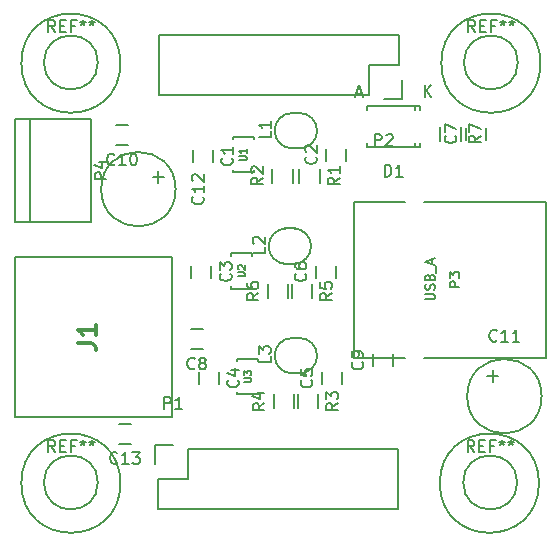
<source format=gbr>
G04 #@! TF.FileFunction,Legend,Top*
%FSLAX46Y46*%
G04 Gerber Fmt 4.6, Leading zero omitted, Abs format (unit mm)*
G04 Created by KiCad (PCBNEW 4.0.0-rc1-stable) date Sun 01 Nov 2015 11:45:38 AM ICT*
%MOMM*%
G01*
G04 APERTURE LIST*
%ADD10C,0.100000*%
%ADD11C,0.200000*%
%ADD12C,0.150000*%
%ADD13C,0.200660*%
%ADD14C,0.203200*%
%ADD15C,0.152400*%
%ADD16C,0.304800*%
G04 APERTURE END LIST*
D10*
D11*
X169044690Y-84074000D02*
G75*
G03X169044690Y-84074000I-4198690J0D01*
G01*
X133478924Y-84074000D02*
G75*
G03X133478924Y-84074000I-4192924J0D01*
G01*
X168917690Y-119634000D02*
G75*
G03X168917690Y-119634000I-4198690J0D01*
G01*
X133484690Y-119634000D02*
G75*
G03X133484690Y-119634000I-4198690J0D01*
G01*
D12*
X164988240Y-110568740D02*
X165488620Y-110568740D01*
X164988240Y-110568740D02*
X164988240Y-110068360D01*
X164487860Y-110568740D02*
X164988240Y-110568740D01*
X164988240Y-110568740D02*
X164988240Y-110967520D01*
X164988240Y-110967520D02*
X164988240Y-111069120D01*
X169138600Y-112268000D02*
G75*
G03X169138600Y-112268000I-3149600J0D01*
G01*
D13*
X124515880Y-100469700D02*
X137815320Y-100469700D01*
X137815320Y-100469700D02*
X137815320Y-114068860D01*
X137815320Y-114068860D02*
X124515880Y-114068860D01*
X124515880Y-114068860D02*
X124515880Y-100469700D01*
D12*
X131572000Y-119570500D02*
G75*
G03X131572000Y-119570500I-2286000J0D01*
G01*
D14*
X169517060Y-95796100D02*
X169517060Y-108993940D01*
X159217360Y-95796100D02*
X169517060Y-95796100D01*
X159217360Y-108993940D02*
X169517060Y-108993940D01*
X153217880Y-108993940D02*
X157617160Y-108993940D01*
X153217880Y-95796100D02*
X157617160Y-95796100D01*
X153217880Y-102395020D02*
X153217880Y-95796100D01*
X153217880Y-102395020D02*
X153217880Y-108993940D01*
D12*
X167132000Y-84010500D02*
G75*
G03X167132000Y-84010500I-2286000J0D01*
G01*
X131572000Y-84010500D02*
G75*
G03X131572000Y-84010500I-2286000J0D01*
G01*
X167068500Y-119570500D02*
G75*
G03X167068500Y-119570500I-2286000J0D01*
G01*
X156972000Y-121793000D02*
X136652000Y-121793000D01*
X139192000Y-116713000D02*
X156972000Y-116713000D01*
X156972000Y-121793000D02*
X156972000Y-116713000D01*
X136652000Y-121793000D02*
X136652000Y-119253000D01*
X137922000Y-116433000D02*
X136372000Y-116433000D01*
X136652000Y-119253000D02*
X139192000Y-119253000D01*
X139192000Y-119253000D02*
X139192000Y-116713000D01*
X136372000Y-116433000D02*
X136372000Y-117983000D01*
X136706000Y-81730000D02*
X157026000Y-81730000D01*
X154486000Y-86810000D02*
X136706000Y-86810000D01*
X136706000Y-81730000D02*
X136706000Y-86810000D01*
X157026000Y-81730000D02*
X157026000Y-84270000D01*
X155756000Y-87090000D02*
X157306000Y-87090000D01*
X157026000Y-84270000D02*
X154486000Y-84270000D01*
X154486000Y-84270000D02*
X154486000Y-86810000D01*
X157306000Y-87090000D02*
X157306000Y-85540000D01*
X124574000Y-88812000D02*
X124574000Y-97512000D01*
X130979000Y-88812000D02*
X130979000Y-97512000D01*
X130979000Y-97512000D02*
X124574000Y-97512000D01*
X125804000Y-97512000D02*
X125804000Y-88812000D01*
X124574000Y-88812000D02*
X130979000Y-88812000D01*
D15*
X142864840Y-103164640D02*
X142864840Y-102963980D01*
X142864840Y-103164640D02*
X144663160Y-103164640D01*
X144663160Y-103164640D02*
X144663160Y-102963980D01*
X144663160Y-100162360D02*
X144663160Y-100363020D01*
X142864840Y-100162360D02*
X142864840Y-100363020D01*
X144663160Y-100162360D02*
X142864840Y-100162360D01*
X143372840Y-112118140D02*
X143372840Y-111917480D01*
X143372840Y-112118140D02*
X145171160Y-112118140D01*
X145171160Y-112118140D02*
X145171160Y-111917480D01*
X145171160Y-109115860D02*
X145171160Y-109316520D01*
X143372840Y-109115860D02*
X143372840Y-109316520D01*
X145171160Y-109115860D02*
X143372840Y-109115860D01*
X142991840Y-93322140D02*
X142991840Y-93121480D01*
X142991840Y-93322140D02*
X144790160Y-93322140D01*
X144790160Y-93322140D02*
X144790160Y-93121480D01*
X144790160Y-90319860D02*
X144790160Y-90520520D01*
X142991840Y-90319860D02*
X142991840Y-90520520D01*
X144790160Y-90319860D02*
X142991840Y-90319860D01*
D12*
X141312000Y-92448000D02*
X141312000Y-91448000D01*
X139612000Y-91448000D02*
X139612000Y-92448000D01*
X150915000Y-91321000D02*
X150915000Y-92321000D01*
X152615000Y-92321000D02*
X152615000Y-91321000D01*
X148604000Y-94199000D02*
X148604000Y-92999000D01*
X150354000Y-92999000D02*
X150354000Y-94199000D01*
X148068000Y-92999000D02*
X148068000Y-94199000D01*
X146318000Y-94199000D02*
X146318000Y-92999000D01*
X141185000Y-102227000D02*
X141185000Y-101227000D01*
X139485000Y-101227000D02*
X139485000Y-102227000D01*
X141820000Y-111244000D02*
X141820000Y-110244000D01*
X140120000Y-110244000D02*
X140120000Y-111244000D01*
X150534000Y-110244000D02*
X150534000Y-111244000D01*
X152234000Y-111244000D02*
X152234000Y-110244000D01*
X150026000Y-101227000D02*
X150026000Y-102227000D01*
X151726000Y-102227000D02*
X151726000Y-101227000D01*
X148477000Y-113310000D02*
X148477000Y-112110000D01*
X150227000Y-112110000D02*
X150227000Y-113310000D01*
X148195000Y-112110000D02*
X148195000Y-113310000D01*
X146445000Y-113310000D02*
X146445000Y-112110000D01*
X147969000Y-103978000D02*
X147969000Y-102778000D01*
X149719000Y-102778000D02*
X149719000Y-103978000D01*
X147687000Y-102778000D02*
X147687000Y-103978000D01*
X145937000Y-103978000D02*
X145937000Y-102778000D01*
X150136000Y-89789000D02*
G75*
G03X148636000Y-88289000I-1500000J0D01*
G01*
X148636000Y-91289000D02*
G75*
G03X150136000Y-89789000I0J1500000D01*
G01*
X148036000Y-88289000D02*
G75*
G03X146536000Y-89789000I0J-1500000D01*
G01*
X146536000Y-89789000D02*
G75*
G03X148036000Y-91289000I1500000J0D01*
G01*
X147836000Y-91289000D02*
X148836000Y-91289000D01*
X147836000Y-88289000D02*
X148836000Y-88289000D01*
X149628000Y-99568000D02*
G75*
G03X148128000Y-98068000I-1500000J0D01*
G01*
X148128000Y-101068000D02*
G75*
G03X149628000Y-99568000I0J1500000D01*
G01*
X147528000Y-98068000D02*
G75*
G03X146028000Y-99568000I0J-1500000D01*
G01*
X146028000Y-99568000D02*
G75*
G03X147528000Y-101068000I1500000J0D01*
G01*
X147328000Y-101068000D02*
X148328000Y-101068000D01*
X147328000Y-98068000D02*
X148328000Y-98068000D01*
X150136000Y-108839000D02*
G75*
G03X148636000Y-107339000I-1500000J0D01*
G01*
X148636000Y-110339000D02*
G75*
G03X150136000Y-108839000I0J1500000D01*
G01*
X148036000Y-107339000D02*
G75*
G03X146536000Y-108839000I0J-1500000D01*
G01*
X146536000Y-108839000D02*
G75*
G03X148036000Y-110339000I1500000J0D01*
G01*
X147836000Y-110339000D02*
X148836000Y-110339000D01*
X147836000Y-107339000D02*
X148836000Y-107339000D01*
X162726000Y-89543000D02*
X162726000Y-90543000D01*
X164426000Y-90543000D02*
X164426000Y-89543000D01*
X158390140Y-87657940D02*
X158390140Y-88008460D01*
X158390140Y-91158060D02*
X158390140Y-90807540D01*
X154340560Y-87657940D02*
X154340560Y-88008460D01*
X158841440Y-87657940D02*
X158841440Y-88008460D01*
X158841440Y-91158060D02*
X158841440Y-90807540D01*
X154340560Y-91158060D02*
X154340560Y-90807540D01*
X158841440Y-87657940D02*
X154340560Y-87657940D01*
X158841440Y-91158060D02*
X154340560Y-91158060D01*
X160542000Y-90643000D02*
X160542000Y-89443000D01*
X162292000Y-89443000D02*
X162292000Y-90643000D01*
X139438000Y-108292000D02*
X140438000Y-108292000D01*
X140438000Y-106592000D02*
X139438000Y-106592000D01*
X154852000Y-108720000D02*
X154852000Y-109720000D01*
X156552000Y-109720000D02*
X156552000Y-108720000D01*
X133104000Y-91020000D02*
X134104000Y-91020000D01*
X134104000Y-89320000D02*
X133104000Y-89320000D01*
X136700260Y-93741240D02*
X136700260Y-94241620D01*
X136700260Y-93741240D02*
X137200640Y-93741240D01*
X136700260Y-93240860D02*
X136700260Y-93741240D01*
X136700260Y-93741240D02*
X136301480Y-93741240D01*
X136301480Y-93741240D02*
X136199880Y-93741240D01*
X138150600Y-94742000D02*
G75*
G03X138150600Y-94742000I-3149600J0D01*
G01*
X133358000Y-116293000D02*
X134358000Y-116293000D01*
X134358000Y-114593000D02*
X133358000Y-114593000D01*
X165346143Y-107545143D02*
X165298524Y-107592762D01*
X165155667Y-107640381D01*
X165060429Y-107640381D01*
X164917571Y-107592762D01*
X164822333Y-107497524D01*
X164774714Y-107402286D01*
X164727095Y-107211810D01*
X164727095Y-107068952D01*
X164774714Y-106878476D01*
X164822333Y-106783238D01*
X164917571Y-106688000D01*
X165060429Y-106640381D01*
X165155667Y-106640381D01*
X165298524Y-106688000D01*
X165346143Y-106735619D01*
X166298524Y-107640381D02*
X165727095Y-107640381D01*
X166012809Y-107640381D02*
X166012809Y-106640381D01*
X165917571Y-106783238D01*
X165822333Y-106878476D01*
X165727095Y-106926095D01*
X167250905Y-107640381D02*
X166679476Y-107640381D01*
X166965190Y-107640381D02*
X166965190Y-106640381D01*
X166869952Y-106783238D01*
X166774714Y-106878476D01*
X166679476Y-106926095D01*
D16*
X129883989Y-107762040D02*
X130972560Y-107762040D01*
X131190274Y-107834612D01*
X131335417Y-107979755D01*
X131407989Y-108197469D01*
X131407989Y-108342612D01*
X131407989Y-106238040D02*
X131407989Y-107108897D01*
X131407989Y-106673469D02*
X129883989Y-106673469D01*
X130101703Y-106818612D01*
X130246846Y-106963754D01*
X130319417Y-107108897D01*
D12*
X127952667Y-116974881D02*
X127619333Y-116498690D01*
X127381238Y-116974881D02*
X127381238Y-115974881D01*
X127762191Y-115974881D01*
X127857429Y-116022500D01*
X127905048Y-116070119D01*
X127952667Y-116165357D01*
X127952667Y-116308214D01*
X127905048Y-116403452D01*
X127857429Y-116451071D01*
X127762191Y-116498690D01*
X127381238Y-116498690D01*
X128381238Y-116451071D02*
X128714572Y-116451071D01*
X128857429Y-116974881D02*
X128381238Y-116974881D01*
X128381238Y-115974881D01*
X128857429Y-115974881D01*
X129619334Y-116451071D02*
X129286000Y-116451071D01*
X129286000Y-116974881D02*
X129286000Y-115974881D01*
X129762191Y-115974881D01*
X130286000Y-115974881D02*
X130286000Y-116212976D01*
X130047905Y-116117738D02*
X130286000Y-116212976D01*
X130524096Y-116117738D01*
X130143143Y-116403452D02*
X130286000Y-116212976D01*
X130428858Y-116403452D01*
X131047905Y-115974881D02*
X131047905Y-116212976D01*
X130809810Y-116117738D02*
X131047905Y-116212976D01*
X131286001Y-116117738D01*
X130905048Y-116403452D02*
X131047905Y-116212976D01*
X131190763Y-116403452D01*
D14*
X162183475Y-102994943D02*
X161370675Y-102994943D01*
X161370675Y-102685305D01*
X161409380Y-102607896D01*
X161448085Y-102569191D01*
X161525494Y-102530486D01*
X161641609Y-102530486D01*
X161719018Y-102569191D01*
X161757723Y-102607896D01*
X161796428Y-102685305D01*
X161796428Y-102994943D01*
X161370675Y-102259553D02*
X161370675Y-101756391D01*
X161680313Y-102027324D01*
X161680313Y-101911210D01*
X161719018Y-101833800D01*
X161757723Y-101795096D01*
X161835132Y-101756391D01*
X162028656Y-101756391D01*
X162106066Y-101795096D01*
X162144770Y-101833800D01*
X162183475Y-101911210D01*
X162183475Y-102143438D01*
X162144770Y-102220848D01*
X162106066Y-102259553D01*
X159272635Y-104078677D02*
X159930616Y-104078677D01*
X160008026Y-104039972D01*
X160046730Y-104001268D01*
X160085435Y-103923858D01*
X160085435Y-103769039D01*
X160046730Y-103691630D01*
X160008026Y-103652925D01*
X159930616Y-103614220D01*
X159272635Y-103614220D01*
X160046730Y-103265877D02*
X160085435Y-103149763D01*
X160085435Y-102956239D01*
X160046730Y-102878829D01*
X160008026Y-102840125D01*
X159930616Y-102801420D01*
X159853207Y-102801420D01*
X159775797Y-102840125D01*
X159737092Y-102878829D01*
X159698388Y-102956239D01*
X159659683Y-103111058D01*
X159620978Y-103188467D01*
X159582273Y-103227172D01*
X159504864Y-103265877D01*
X159427454Y-103265877D01*
X159350045Y-103227172D01*
X159311340Y-103188467D01*
X159272635Y-103111058D01*
X159272635Y-102917534D01*
X159311340Y-102801420D01*
X159659683Y-102182144D02*
X159698388Y-102066030D01*
X159737092Y-102027325D01*
X159814502Y-101988620D01*
X159930616Y-101988620D01*
X160008026Y-102027325D01*
X160046730Y-102066030D01*
X160085435Y-102143439D01*
X160085435Y-102453077D01*
X159272635Y-102453077D01*
X159272635Y-102182144D01*
X159311340Y-102104734D01*
X159350045Y-102066030D01*
X159427454Y-102027325D01*
X159504864Y-102027325D01*
X159582273Y-102066030D01*
X159620978Y-102104734D01*
X159659683Y-102182144D01*
X159659683Y-102453077D01*
X160162845Y-101833801D02*
X160162845Y-101214525D01*
X159853207Y-101059706D02*
X159853207Y-100672658D01*
X160085435Y-101137115D02*
X159272635Y-100866182D01*
X160085435Y-100595249D01*
D12*
X163512667Y-81414881D02*
X163179333Y-80938690D01*
X162941238Y-81414881D02*
X162941238Y-80414881D01*
X163322191Y-80414881D01*
X163417429Y-80462500D01*
X163465048Y-80510119D01*
X163512667Y-80605357D01*
X163512667Y-80748214D01*
X163465048Y-80843452D01*
X163417429Y-80891071D01*
X163322191Y-80938690D01*
X162941238Y-80938690D01*
X163941238Y-80891071D02*
X164274572Y-80891071D01*
X164417429Y-81414881D02*
X163941238Y-81414881D01*
X163941238Y-80414881D01*
X164417429Y-80414881D01*
X165179334Y-80891071D02*
X164846000Y-80891071D01*
X164846000Y-81414881D02*
X164846000Y-80414881D01*
X165322191Y-80414881D01*
X165846000Y-80414881D02*
X165846000Y-80652976D01*
X165607905Y-80557738D02*
X165846000Y-80652976D01*
X166084096Y-80557738D01*
X165703143Y-80843452D02*
X165846000Y-80652976D01*
X165988858Y-80843452D01*
X166607905Y-80414881D02*
X166607905Y-80652976D01*
X166369810Y-80557738D02*
X166607905Y-80652976D01*
X166846001Y-80557738D01*
X166465048Y-80843452D02*
X166607905Y-80652976D01*
X166750763Y-80843452D01*
X127952667Y-81414881D02*
X127619333Y-80938690D01*
X127381238Y-81414881D02*
X127381238Y-80414881D01*
X127762191Y-80414881D01*
X127857429Y-80462500D01*
X127905048Y-80510119D01*
X127952667Y-80605357D01*
X127952667Y-80748214D01*
X127905048Y-80843452D01*
X127857429Y-80891071D01*
X127762191Y-80938690D01*
X127381238Y-80938690D01*
X128381238Y-80891071D02*
X128714572Y-80891071D01*
X128857429Y-81414881D02*
X128381238Y-81414881D01*
X128381238Y-80414881D01*
X128857429Y-80414881D01*
X129619334Y-80891071D02*
X129286000Y-80891071D01*
X129286000Y-81414881D02*
X129286000Y-80414881D01*
X129762191Y-80414881D01*
X130286000Y-80414881D02*
X130286000Y-80652976D01*
X130047905Y-80557738D02*
X130286000Y-80652976D01*
X130524096Y-80557738D01*
X130143143Y-80843452D02*
X130286000Y-80652976D01*
X130428858Y-80843452D01*
X131047905Y-80414881D02*
X131047905Y-80652976D01*
X130809810Y-80557738D02*
X131047905Y-80652976D01*
X131286001Y-80557738D01*
X130905048Y-80843452D02*
X131047905Y-80652976D01*
X131190763Y-80843452D01*
X163449167Y-116974881D02*
X163115833Y-116498690D01*
X162877738Y-116974881D02*
X162877738Y-115974881D01*
X163258691Y-115974881D01*
X163353929Y-116022500D01*
X163401548Y-116070119D01*
X163449167Y-116165357D01*
X163449167Y-116308214D01*
X163401548Y-116403452D01*
X163353929Y-116451071D01*
X163258691Y-116498690D01*
X162877738Y-116498690D01*
X163877738Y-116451071D02*
X164211072Y-116451071D01*
X164353929Y-116974881D02*
X163877738Y-116974881D01*
X163877738Y-115974881D01*
X164353929Y-115974881D01*
X165115834Y-116451071D02*
X164782500Y-116451071D01*
X164782500Y-116974881D02*
X164782500Y-115974881D01*
X165258691Y-115974881D01*
X165782500Y-115974881D02*
X165782500Y-116212976D01*
X165544405Y-116117738D02*
X165782500Y-116212976D01*
X166020596Y-116117738D01*
X165639643Y-116403452D02*
X165782500Y-116212976D01*
X165925358Y-116403452D01*
X166544405Y-115974881D02*
X166544405Y-116212976D01*
X166306310Y-116117738D02*
X166544405Y-116212976D01*
X166782501Y-116117738D01*
X166401548Y-116403452D02*
X166544405Y-116212976D01*
X166687263Y-116403452D01*
X137183905Y-113335381D02*
X137183905Y-112335381D01*
X137564858Y-112335381D01*
X137660096Y-112383000D01*
X137707715Y-112430619D01*
X137755334Y-112525857D01*
X137755334Y-112668714D01*
X137707715Y-112763952D01*
X137660096Y-112811571D01*
X137564858Y-112859190D01*
X137183905Y-112859190D01*
X138707715Y-113335381D02*
X138136286Y-113335381D01*
X138422000Y-113335381D02*
X138422000Y-112335381D01*
X138326762Y-112478238D01*
X138231524Y-112573476D01*
X138136286Y-112621095D01*
X155017905Y-91092381D02*
X155017905Y-90092381D01*
X155398858Y-90092381D01*
X155494096Y-90140000D01*
X155541715Y-90187619D01*
X155589334Y-90282857D01*
X155589334Y-90425714D01*
X155541715Y-90520952D01*
X155494096Y-90568571D01*
X155398858Y-90616190D01*
X155017905Y-90616190D01*
X155970286Y-90187619D02*
X156017905Y-90140000D01*
X156113143Y-90092381D01*
X156351239Y-90092381D01*
X156446477Y-90140000D01*
X156494096Y-90187619D01*
X156541715Y-90282857D01*
X156541715Y-90378095D01*
X156494096Y-90520952D01*
X155922667Y-91092381D01*
X156541715Y-91092381D01*
X132293841Y-93900995D02*
X131293841Y-93900995D01*
X131293841Y-93520042D01*
X131341460Y-93424804D01*
X131389079Y-93377185D01*
X131484317Y-93329566D01*
X131627174Y-93329566D01*
X131722412Y-93377185D01*
X131770031Y-93424804D01*
X131817650Y-93520042D01*
X131817650Y-93900995D01*
X131627174Y-92472423D02*
X132293841Y-92472423D01*
X131246222Y-92710519D02*
X131960508Y-92948614D01*
X131960508Y-92329566D01*
D15*
X143430171Y-102127957D02*
X143923657Y-102127957D01*
X143981714Y-102098929D01*
X144010743Y-102069900D01*
X144039771Y-102011843D01*
X144039771Y-101895729D01*
X144010743Y-101837671D01*
X143981714Y-101808643D01*
X143923657Y-101779614D01*
X143430171Y-101779614D01*
X143488229Y-101518357D02*
X143459200Y-101489328D01*
X143430171Y-101431271D01*
X143430171Y-101286128D01*
X143459200Y-101228071D01*
X143488229Y-101199042D01*
X143546286Y-101170014D01*
X143604343Y-101170014D01*
X143691429Y-101199042D01*
X144039771Y-101547385D01*
X144039771Y-101170014D01*
X143938171Y-111081457D02*
X144431657Y-111081457D01*
X144489714Y-111052429D01*
X144518743Y-111023400D01*
X144547771Y-110965343D01*
X144547771Y-110849229D01*
X144518743Y-110791171D01*
X144489714Y-110762143D01*
X144431657Y-110733114D01*
X143938171Y-110733114D01*
X143938171Y-110500885D02*
X143938171Y-110123514D01*
X144170400Y-110326714D01*
X144170400Y-110239628D01*
X144199429Y-110181571D01*
X144228457Y-110152542D01*
X144286514Y-110123514D01*
X144431657Y-110123514D01*
X144489714Y-110152542D01*
X144518743Y-110181571D01*
X144547771Y-110239628D01*
X144547771Y-110413800D01*
X144518743Y-110471857D01*
X144489714Y-110500885D01*
X143557171Y-92285457D02*
X144050657Y-92285457D01*
X144108714Y-92256429D01*
X144137743Y-92227400D01*
X144166771Y-92169343D01*
X144166771Y-92053229D01*
X144137743Y-91995171D01*
X144108714Y-91966143D01*
X144050657Y-91937114D01*
X143557171Y-91937114D01*
X144166771Y-91327514D02*
X144166771Y-91675857D01*
X144166771Y-91501685D02*
X143557171Y-91501685D01*
X143644257Y-91559742D01*
X143702314Y-91617800D01*
X143731343Y-91675857D01*
D12*
X142919143Y-92114666D02*
X142966762Y-92162285D01*
X143014381Y-92305142D01*
X143014381Y-92400380D01*
X142966762Y-92543238D01*
X142871524Y-92638476D01*
X142776286Y-92686095D01*
X142585810Y-92733714D01*
X142442952Y-92733714D01*
X142252476Y-92686095D01*
X142157238Y-92638476D01*
X142062000Y-92543238D01*
X142014381Y-92400380D01*
X142014381Y-92305142D01*
X142062000Y-92162285D01*
X142109619Y-92114666D01*
X143014381Y-91162285D02*
X143014381Y-91733714D01*
X143014381Y-91448000D02*
X142014381Y-91448000D01*
X142157238Y-91543238D01*
X142252476Y-91638476D01*
X142300095Y-91733714D01*
X150022143Y-91987666D02*
X150069762Y-92035285D01*
X150117381Y-92178142D01*
X150117381Y-92273380D01*
X150069762Y-92416238D01*
X149974524Y-92511476D01*
X149879286Y-92559095D01*
X149688810Y-92606714D01*
X149545952Y-92606714D01*
X149355476Y-92559095D01*
X149260238Y-92511476D01*
X149165000Y-92416238D01*
X149117381Y-92273380D01*
X149117381Y-92178142D01*
X149165000Y-92035285D01*
X149212619Y-91987666D01*
X149212619Y-91606714D02*
X149165000Y-91559095D01*
X149117381Y-91463857D01*
X149117381Y-91225761D01*
X149165000Y-91130523D01*
X149212619Y-91082904D01*
X149307857Y-91035285D01*
X149403095Y-91035285D01*
X149545952Y-91082904D01*
X150117381Y-91654333D01*
X150117381Y-91035285D01*
X152031381Y-93765666D02*
X151555190Y-94099000D01*
X152031381Y-94337095D02*
X151031381Y-94337095D01*
X151031381Y-93956142D01*
X151079000Y-93860904D01*
X151126619Y-93813285D01*
X151221857Y-93765666D01*
X151364714Y-93765666D01*
X151459952Y-93813285D01*
X151507571Y-93860904D01*
X151555190Y-93956142D01*
X151555190Y-94337095D01*
X152031381Y-92813285D02*
X152031381Y-93384714D01*
X152031381Y-93099000D02*
X151031381Y-93099000D01*
X151174238Y-93194238D01*
X151269476Y-93289476D01*
X151317095Y-93384714D01*
X145545381Y-93765666D02*
X145069190Y-94099000D01*
X145545381Y-94337095D02*
X144545381Y-94337095D01*
X144545381Y-93956142D01*
X144593000Y-93860904D01*
X144640619Y-93813285D01*
X144735857Y-93765666D01*
X144878714Y-93765666D01*
X144973952Y-93813285D01*
X145021571Y-93860904D01*
X145069190Y-93956142D01*
X145069190Y-94337095D01*
X144640619Y-93384714D02*
X144593000Y-93337095D01*
X144545381Y-93241857D01*
X144545381Y-93003761D01*
X144593000Y-92908523D01*
X144640619Y-92860904D01*
X144735857Y-92813285D01*
X144831095Y-92813285D01*
X144973952Y-92860904D01*
X145545381Y-93432333D01*
X145545381Y-92813285D01*
X142792143Y-101893666D02*
X142839762Y-101941285D01*
X142887381Y-102084142D01*
X142887381Y-102179380D01*
X142839762Y-102322238D01*
X142744524Y-102417476D01*
X142649286Y-102465095D01*
X142458810Y-102512714D01*
X142315952Y-102512714D01*
X142125476Y-102465095D01*
X142030238Y-102417476D01*
X141935000Y-102322238D01*
X141887381Y-102179380D01*
X141887381Y-102084142D01*
X141935000Y-101941285D01*
X141982619Y-101893666D01*
X141887381Y-101560333D02*
X141887381Y-100941285D01*
X142268333Y-101274619D01*
X142268333Y-101131761D01*
X142315952Y-101036523D01*
X142363571Y-100988904D01*
X142458810Y-100941285D01*
X142696905Y-100941285D01*
X142792143Y-100988904D01*
X142839762Y-101036523D01*
X142887381Y-101131761D01*
X142887381Y-101417476D01*
X142839762Y-101512714D01*
X142792143Y-101560333D01*
X143427143Y-110910666D02*
X143474762Y-110958285D01*
X143522381Y-111101142D01*
X143522381Y-111196380D01*
X143474762Y-111339238D01*
X143379524Y-111434476D01*
X143284286Y-111482095D01*
X143093810Y-111529714D01*
X142950952Y-111529714D01*
X142760476Y-111482095D01*
X142665238Y-111434476D01*
X142570000Y-111339238D01*
X142522381Y-111196380D01*
X142522381Y-111101142D01*
X142570000Y-110958285D01*
X142617619Y-110910666D01*
X142855714Y-110053523D02*
X143522381Y-110053523D01*
X142474762Y-110291619D02*
X143189048Y-110529714D01*
X143189048Y-109910666D01*
X149641143Y-110910666D02*
X149688762Y-110958285D01*
X149736381Y-111101142D01*
X149736381Y-111196380D01*
X149688762Y-111339238D01*
X149593524Y-111434476D01*
X149498286Y-111482095D01*
X149307810Y-111529714D01*
X149164952Y-111529714D01*
X148974476Y-111482095D01*
X148879238Y-111434476D01*
X148784000Y-111339238D01*
X148736381Y-111196380D01*
X148736381Y-111101142D01*
X148784000Y-110958285D01*
X148831619Y-110910666D01*
X148736381Y-110005904D02*
X148736381Y-110482095D01*
X149212571Y-110529714D01*
X149164952Y-110482095D01*
X149117333Y-110386857D01*
X149117333Y-110148761D01*
X149164952Y-110053523D01*
X149212571Y-110005904D01*
X149307810Y-109958285D01*
X149545905Y-109958285D01*
X149641143Y-110005904D01*
X149688762Y-110053523D01*
X149736381Y-110148761D01*
X149736381Y-110386857D01*
X149688762Y-110482095D01*
X149641143Y-110529714D01*
X149133143Y-101893666D02*
X149180762Y-101941285D01*
X149228381Y-102084142D01*
X149228381Y-102179380D01*
X149180762Y-102322238D01*
X149085524Y-102417476D01*
X148990286Y-102465095D01*
X148799810Y-102512714D01*
X148656952Y-102512714D01*
X148466476Y-102465095D01*
X148371238Y-102417476D01*
X148276000Y-102322238D01*
X148228381Y-102179380D01*
X148228381Y-102084142D01*
X148276000Y-101941285D01*
X148323619Y-101893666D01*
X148228381Y-101036523D02*
X148228381Y-101227000D01*
X148276000Y-101322238D01*
X148323619Y-101369857D01*
X148466476Y-101465095D01*
X148656952Y-101512714D01*
X149037905Y-101512714D01*
X149133143Y-101465095D01*
X149180762Y-101417476D01*
X149228381Y-101322238D01*
X149228381Y-101131761D01*
X149180762Y-101036523D01*
X149133143Y-100988904D01*
X149037905Y-100941285D01*
X148799810Y-100941285D01*
X148704571Y-100988904D01*
X148656952Y-101036523D01*
X148609333Y-101131761D01*
X148609333Y-101322238D01*
X148656952Y-101417476D01*
X148704571Y-101465095D01*
X148799810Y-101512714D01*
X151904381Y-112876666D02*
X151428190Y-113210000D01*
X151904381Y-113448095D02*
X150904381Y-113448095D01*
X150904381Y-113067142D01*
X150952000Y-112971904D01*
X150999619Y-112924285D01*
X151094857Y-112876666D01*
X151237714Y-112876666D01*
X151332952Y-112924285D01*
X151380571Y-112971904D01*
X151428190Y-113067142D01*
X151428190Y-113448095D01*
X150904381Y-112543333D02*
X150904381Y-111924285D01*
X151285333Y-112257619D01*
X151285333Y-112114761D01*
X151332952Y-112019523D01*
X151380571Y-111971904D01*
X151475810Y-111924285D01*
X151713905Y-111924285D01*
X151809143Y-111971904D01*
X151856762Y-112019523D01*
X151904381Y-112114761D01*
X151904381Y-112400476D01*
X151856762Y-112495714D01*
X151809143Y-112543333D01*
X145672381Y-112876666D02*
X145196190Y-113210000D01*
X145672381Y-113448095D02*
X144672381Y-113448095D01*
X144672381Y-113067142D01*
X144720000Y-112971904D01*
X144767619Y-112924285D01*
X144862857Y-112876666D01*
X145005714Y-112876666D01*
X145100952Y-112924285D01*
X145148571Y-112971904D01*
X145196190Y-113067142D01*
X145196190Y-113448095D01*
X145005714Y-112019523D02*
X145672381Y-112019523D01*
X144624762Y-112257619D02*
X145339048Y-112495714D01*
X145339048Y-111876666D01*
X151396381Y-103544666D02*
X150920190Y-103878000D01*
X151396381Y-104116095D02*
X150396381Y-104116095D01*
X150396381Y-103735142D01*
X150444000Y-103639904D01*
X150491619Y-103592285D01*
X150586857Y-103544666D01*
X150729714Y-103544666D01*
X150824952Y-103592285D01*
X150872571Y-103639904D01*
X150920190Y-103735142D01*
X150920190Y-104116095D01*
X150396381Y-102639904D02*
X150396381Y-103116095D01*
X150872571Y-103163714D01*
X150824952Y-103116095D01*
X150777333Y-103020857D01*
X150777333Y-102782761D01*
X150824952Y-102687523D01*
X150872571Y-102639904D01*
X150967810Y-102592285D01*
X151205905Y-102592285D01*
X151301143Y-102639904D01*
X151348762Y-102687523D01*
X151396381Y-102782761D01*
X151396381Y-103020857D01*
X151348762Y-103116095D01*
X151301143Y-103163714D01*
X145164381Y-103544666D02*
X144688190Y-103878000D01*
X145164381Y-104116095D02*
X144164381Y-104116095D01*
X144164381Y-103735142D01*
X144212000Y-103639904D01*
X144259619Y-103592285D01*
X144354857Y-103544666D01*
X144497714Y-103544666D01*
X144592952Y-103592285D01*
X144640571Y-103639904D01*
X144688190Y-103735142D01*
X144688190Y-104116095D01*
X144164381Y-102687523D02*
X144164381Y-102878000D01*
X144212000Y-102973238D01*
X144259619Y-103020857D01*
X144402476Y-103116095D01*
X144592952Y-103163714D01*
X144973905Y-103163714D01*
X145069143Y-103116095D01*
X145116762Y-103068476D01*
X145164381Y-102973238D01*
X145164381Y-102782761D01*
X145116762Y-102687523D01*
X145069143Y-102639904D01*
X144973905Y-102592285D01*
X144735810Y-102592285D01*
X144640571Y-102639904D01*
X144592952Y-102687523D01*
X144545333Y-102782761D01*
X144545333Y-102973238D01*
X144592952Y-103068476D01*
X144640571Y-103116095D01*
X144735810Y-103163714D01*
X146188381Y-89855666D02*
X146188381Y-90331857D01*
X145188381Y-90331857D01*
X146188381Y-88998523D02*
X146188381Y-89569952D01*
X146188381Y-89284238D02*
X145188381Y-89284238D01*
X145331238Y-89379476D01*
X145426476Y-89474714D01*
X145474095Y-89569952D01*
X145680381Y-99634666D02*
X145680381Y-100110857D01*
X144680381Y-100110857D01*
X144775619Y-99348952D02*
X144728000Y-99301333D01*
X144680381Y-99206095D01*
X144680381Y-98967999D01*
X144728000Y-98872761D01*
X144775619Y-98825142D01*
X144870857Y-98777523D01*
X144966095Y-98777523D01*
X145108952Y-98825142D01*
X145680381Y-99396571D01*
X145680381Y-98777523D01*
X146188381Y-108905666D02*
X146188381Y-109381857D01*
X145188381Y-109381857D01*
X145188381Y-108667571D02*
X145188381Y-108048523D01*
X145569333Y-108381857D01*
X145569333Y-108238999D01*
X145616952Y-108143761D01*
X145664571Y-108096142D01*
X145759810Y-108048523D01*
X145997905Y-108048523D01*
X146093143Y-108096142D01*
X146140762Y-108143761D01*
X146188381Y-108238999D01*
X146188381Y-108524714D01*
X146140762Y-108619952D01*
X146093143Y-108667571D01*
X161833143Y-90209666D02*
X161880762Y-90257285D01*
X161928381Y-90400142D01*
X161928381Y-90495380D01*
X161880762Y-90638238D01*
X161785524Y-90733476D01*
X161690286Y-90781095D01*
X161499810Y-90828714D01*
X161356952Y-90828714D01*
X161166476Y-90781095D01*
X161071238Y-90733476D01*
X160976000Y-90638238D01*
X160928381Y-90495380D01*
X160928381Y-90400142D01*
X160976000Y-90257285D01*
X161023619Y-90209666D01*
X160928381Y-89876333D02*
X160928381Y-89209666D01*
X161928381Y-89638238D01*
X155852905Y-93670381D02*
X155852905Y-92670381D01*
X156091000Y-92670381D01*
X156233858Y-92718000D01*
X156329096Y-92813238D01*
X156376715Y-92908476D01*
X156424334Y-93098952D01*
X156424334Y-93241810D01*
X156376715Y-93432286D01*
X156329096Y-93527524D01*
X156233858Y-93622762D01*
X156091000Y-93670381D01*
X155852905Y-93670381D01*
X157376715Y-93670381D02*
X156805286Y-93670381D01*
X157091000Y-93670381D02*
X157091000Y-92670381D01*
X156995762Y-92813238D01*
X156900524Y-92908476D01*
X156805286Y-92956095D01*
X159229095Y-86910381D02*
X159229095Y-85910381D01*
X159800524Y-86910381D02*
X159371952Y-86338952D01*
X159800524Y-85910381D02*
X159229095Y-86481810D01*
X153452905Y-86674667D02*
X153929096Y-86674667D01*
X153357667Y-86960381D02*
X153691000Y-85960381D01*
X154024334Y-86960381D01*
X163969381Y-90209666D02*
X163493190Y-90543000D01*
X163969381Y-90781095D02*
X162969381Y-90781095D01*
X162969381Y-90400142D01*
X163017000Y-90304904D01*
X163064619Y-90257285D01*
X163159857Y-90209666D01*
X163302714Y-90209666D01*
X163397952Y-90257285D01*
X163445571Y-90304904D01*
X163493190Y-90400142D01*
X163493190Y-90781095D01*
X162969381Y-89876333D02*
X162969381Y-89209666D01*
X163969381Y-89638238D01*
X139771334Y-109899143D02*
X139723715Y-109946762D01*
X139580858Y-109994381D01*
X139485620Y-109994381D01*
X139342762Y-109946762D01*
X139247524Y-109851524D01*
X139199905Y-109756286D01*
X139152286Y-109565810D01*
X139152286Y-109422952D01*
X139199905Y-109232476D01*
X139247524Y-109137238D01*
X139342762Y-109042000D01*
X139485620Y-108994381D01*
X139580858Y-108994381D01*
X139723715Y-109042000D01*
X139771334Y-109089619D01*
X140342762Y-109422952D02*
X140247524Y-109375333D01*
X140199905Y-109327714D01*
X140152286Y-109232476D01*
X140152286Y-109184857D01*
X140199905Y-109089619D01*
X140247524Y-109042000D01*
X140342762Y-108994381D01*
X140533239Y-108994381D01*
X140628477Y-109042000D01*
X140676096Y-109089619D01*
X140723715Y-109184857D01*
X140723715Y-109232476D01*
X140676096Y-109327714D01*
X140628477Y-109375333D01*
X140533239Y-109422952D01*
X140342762Y-109422952D01*
X140247524Y-109470571D01*
X140199905Y-109518190D01*
X140152286Y-109613429D01*
X140152286Y-109803905D01*
X140199905Y-109899143D01*
X140247524Y-109946762D01*
X140342762Y-109994381D01*
X140533239Y-109994381D01*
X140628477Y-109946762D01*
X140676096Y-109899143D01*
X140723715Y-109803905D01*
X140723715Y-109613429D01*
X140676096Y-109518190D01*
X140628477Y-109470571D01*
X140533239Y-109422952D01*
X153959143Y-109386666D02*
X154006762Y-109434285D01*
X154054381Y-109577142D01*
X154054381Y-109672380D01*
X154006762Y-109815238D01*
X153911524Y-109910476D01*
X153816286Y-109958095D01*
X153625810Y-110005714D01*
X153482952Y-110005714D01*
X153292476Y-109958095D01*
X153197238Y-109910476D01*
X153102000Y-109815238D01*
X153054381Y-109672380D01*
X153054381Y-109577142D01*
X153102000Y-109434285D01*
X153149619Y-109386666D01*
X154054381Y-108910476D02*
X154054381Y-108720000D01*
X154006762Y-108624761D01*
X153959143Y-108577142D01*
X153816286Y-108481904D01*
X153625810Y-108434285D01*
X153244857Y-108434285D01*
X153149619Y-108481904D01*
X153102000Y-108529523D01*
X153054381Y-108624761D01*
X153054381Y-108815238D01*
X153102000Y-108910476D01*
X153149619Y-108958095D01*
X153244857Y-109005714D01*
X153482952Y-109005714D01*
X153578190Y-108958095D01*
X153625810Y-108910476D01*
X153673429Y-108815238D01*
X153673429Y-108624761D01*
X153625810Y-108529523D01*
X153578190Y-108481904D01*
X153482952Y-108434285D01*
X132961143Y-92627143D02*
X132913524Y-92674762D01*
X132770667Y-92722381D01*
X132675429Y-92722381D01*
X132532571Y-92674762D01*
X132437333Y-92579524D01*
X132389714Y-92484286D01*
X132342095Y-92293810D01*
X132342095Y-92150952D01*
X132389714Y-91960476D01*
X132437333Y-91865238D01*
X132532571Y-91770000D01*
X132675429Y-91722381D01*
X132770667Y-91722381D01*
X132913524Y-91770000D01*
X132961143Y-91817619D01*
X133913524Y-92722381D02*
X133342095Y-92722381D01*
X133627809Y-92722381D02*
X133627809Y-91722381D01*
X133532571Y-91865238D01*
X133437333Y-91960476D01*
X133342095Y-92008095D01*
X134532571Y-91722381D02*
X134627810Y-91722381D01*
X134723048Y-91770000D01*
X134770667Y-91817619D01*
X134818286Y-91912857D01*
X134865905Y-92103333D01*
X134865905Y-92341429D01*
X134818286Y-92531905D01*
X134770667Y-92627143D01*
X134723048Y-92674762D01*
X134627810Y-92722381D01*
X134532571Y-92722381D01*
X134437333Y-92674762D01*
X134389714Y-92627143D01*
X134342095Y-92531905D01*
X134294476Y-92341429D01*
X134294476Y-92103333D01*
X134342095Y-91912857D01*
X134389714Y-91817619D01*
X134437333Y-91770000D01*
X134532571Y-91722381D01*
X140438143Y-95384857D02*
X140485762Y-95432476D01*
X140533381Y-95575333D01*
X140533381Y-95670571D01*
X140485762Y-95813429D01*
X140390524Y-95908667D01*
X140295286Y-95956286D01*
X140104810Y-96003905D01*
X139961952Y-96003905D01*
X139771476Y-95956286D01*
X139676238Y-95908667D01*
X139581000Y-95813429D01*
X139533381Y-95670571D01*
X139533381Y-95575333D01*
X139581000Y-95432476D01*
X139628619Y-95384857D01*
X140533381Y-94432476D02*
X140533381Y-95003905D01*
X140533381Y-94718191D02*
X139533381Y-94718191D01*
X139676238Y-94813429D01*
X139771476Y-94908667D01*
X139819095Y-95003905D01*
X139628619Y-94051524D02*
X139581000Y-94003905D01*
X139533381Y-93908667D01*
X139533381Y-93670571D01*
X139581000Y-93575333D01*
X139628619Y-93527714D01*
X139723857Y-93480095D01*
X139819095Y-93480095D01*
X139961952Y-93527714D01*
X140533381Y-94099143D01*
X140533381Y-93480095D01*
X133215143Y-117900143D02*
X133167524Y-117947762D01*
X133024667Y-117995381D01*
X132929429Y-117995381D01*
X132786571Y-117947762D01*
X132691333Y-117852524D01*
X132643714Y-117757286D01*
X132596095Y-117566810D01*
X132596095Y-117423952D01*
X132643714Y-117233476D01*
X132691333Y-117138238D01*
X132786571Y-117043000D01*
X132929429Y-116995381D01*
X133024667Y-116995381D01*
X133167524Y-117043000D01*
X133215143Y-117090619D01*
X134167524Y-117995381D02*
X133596095Y-117995381D01*
X133881809Y-117995381D02*
X133881809Y-116995381D01*
X133786571Y-117138238D01*
X133691333Y-117233476D01*
X133596095Y-117281095D01*
X134500857Y-116995381D02*
X135119905Y-116995381D01*
X134786571Y-117376333D01*
X134929429Y-117376333D01*
X135024667Y-117423952D01*
X135072286Y-117471571D01*
X135119905Y-117566810D01*
X135119905Y-117804905D01*
X135072286Y-117900143D01*
X135024667Y-117947762D01*
X134929429Y-117995381D01*
X134643714Y-117995381D01*
X134548476Y-117947762D01*
X134500857Y-117900143D01*
M02*

</source>
